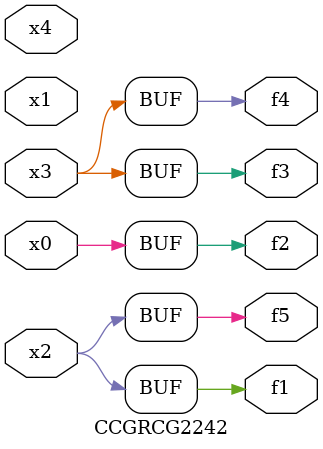
<source format=v>
module CCGRCG2242(
	input x0, x1, x2, x3, x4,
	output f1, f2, f3, f4, f5
);
	assign f1 = x2;
	assign f2 = x0;
	assign f3 = x3;
	assign f4 = x3;
	assign f5 = x2;
endmodule

</source>
